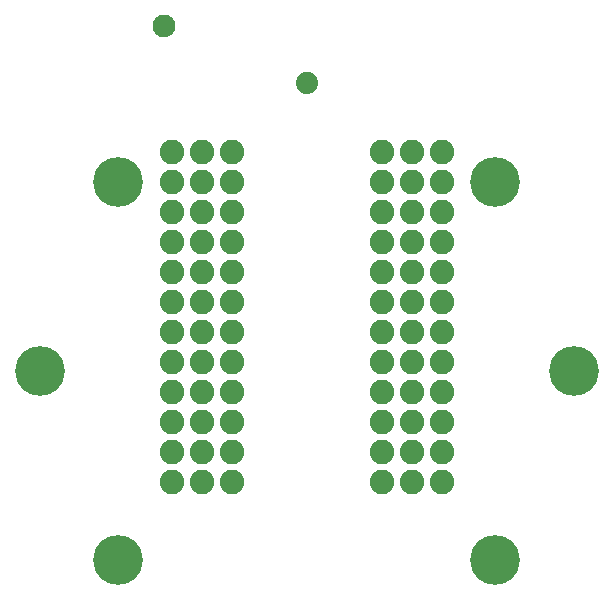
<source format=gbr>
G04 EAGLE Gerber RS-274X export*
G75*
%MOMM*%
%FSLAX34Y34*%
%LPD*%
%INSoldermask Bottom*%
%IPPOS*%
%AMOC8*
5,1,8,0,0,1.08239X$1,22.5*%
G01*
%ADD10C,1.930400*%
%ADD11C,2.082800*%
%ADD12C,4.219200*%
%ADD13C,1.879600*%


D10*
X-120650Y292100D03*
D11*
X-88900Y185700D03*
X-88900Y160300D03*
X-88900Y134900D03*
X-88900Y109500D03*
X-88900Y84100D03*
X-88900Y58700D03*
X-88900Y33300D03*
X-88900Y7900D03*
X-88900Y-17500D03*
X-88900Y-42900D03*
X-88900Y-68300D03*
X-88900Y-93700D03*
X88900Y-93700D03*
X88900Y-68300D03*
X88900Y-42900D03*
X88900Y-17500D03*
X88900Y7900D03*
X88900Y33300D03*
X88900Y58700D03*
X88900Y84100D03*
X88900Y109500D03*
X88900Y134900D03*
X88900Y160300D03*
X88900Y185700D03*
X-114300Y185700D03*
X-114300Y160300D03*
X-114300Y134900D03*
X-114300Y109500D03*
X-114300Y84100D03*
X-114300Y58700D03*
X-114300Y33300D03*
X-114300Y7900D03*
X-114300Y-17500D03*
X-114300Y-42900D03*
X-114300Y-68300D03*
X-114300Y-93700D03*
X63500Y-93700D03*
X63500Y-68300D03*
X63500Y-42900D03*
X63500Y-17500D03*
X63500Y7900D03*
X63500Y33300D03*
X63500Y58700D03*
X63500Y84100D03*
X63500Y109500D03*
X63500Y134900D03*
X63500Y160300D03*
X63500Y185700D03*
X-63500Y185700D03*
X-63500Y160300D03*
X-63500Y134900D03*
X-63500Y109500D03*
X-63500Y84100D03*
X-63500Y58700D03*
X-63500Y33300D03*
X-63500Y7900D03*
X-63500Y-17500D03*
X-63500Y-42900D03*
X-63500Y-68300D03*
X-63500Y-93700D03*
X114300Y-93700D03*
X114300Y-68300D03*
X114300Y-42900D03*
X114300Y-17500D03*
X114300Y7900D03*
X114300Y33300D03*
X114300Y58700D03*
X114300Y84100D03*
X114300Y109500D03*
X114300Y134900D03*
X114300Y160300D03*
X114300Y185700D03*
D12*
X160000Y160000D03*
X-160000Y160000D03*
X-160000Y-160000D03*
X160000Y-160000D03*
X-226060Y0D03*
X226060Y0D03*
D13*
X0Y243840D03*
M02*

</source>
